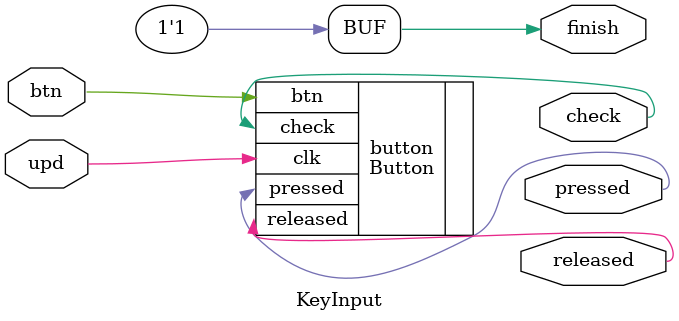
<source format=v>
module KeyInput (  
    input upd, 
    input btn, 
    output pressed, check, released, finish
); 
// 已完成
// Button 模块的简单封装。
// 为什么要这样做呢.jpg
Button button(
    .clk(upd),
    .btn(btn),
    .check(check),
    .pressed(pressed),
    .released(released)
);
assign finish = 1'b1;
endmodule
</source>
